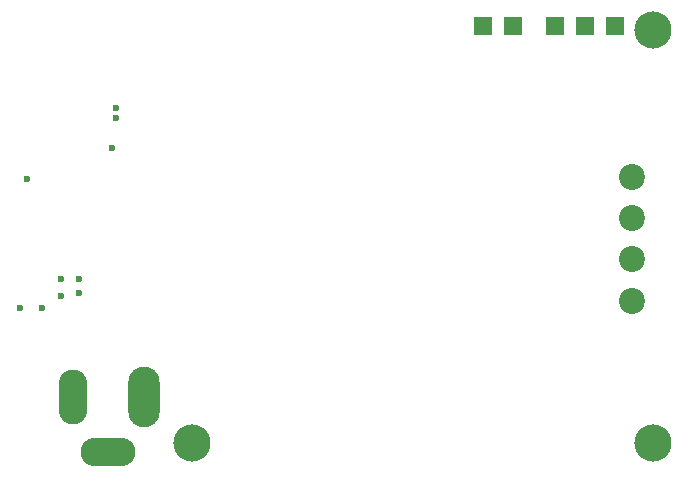
<source format=gbs>
G04*
G04 #@! TF.GenerationSoftware,Altium Limited,Altium Designer,21.2.1 (34)*
G04*
G04 Layer_Color=16711935*
%FSLAX25Y25*%
%MOIN*%
G70*
G04*
G04 #@! TF.SameCoordinates,1D3D90CA-2CC7-45D0-A42F-5F1F34DB6ECE*
G04*
G04*
G04 #@! TF.FilePolarity,Negative*
G04*
G01*
G75*
%ADD48C,0.12402*%
%ADD49O,0.18307X0.09449*%
%ADD50O,0.09449X0.18307*%
%ADD51O,0.10433X0.20276*%
%ADD52R,0.05984X0.05984*%
%ADD53C,0.08661*%
%ADD54C,0.02362*%
D48*
X226378Y148228D02*
D03*
Y10433D02*
D03*
X72756D02*
D03*
D49*
X44819Y7450D02*
D03*
D50*
X33008Y25954D02*
D03*
D51*
X56630D02*
D03*
D52*
X179646Y149606D02*
D03*
X169646D02*
D03*
X213661D02*
D03*
X203661D02*
D03*
X193661D02*
D03*
D53*
X219409Y99410D02*
D03*
Y85630D02*
D03*
Y71850D02*
D03*
Y58071D02*
D03*
D54*
X46181Y108937D02*
D03*
X47480Y122126D02*
D03*
Y119095D02*
D03*
X35079Y60472D02*
D03*
Y65197D02*
D03*
X29173D02*
D03*
Y59685D02*
D03*
X22874Y55748D02*
D03*
X15394D02*
D03*
X17913Y98622D02*
D03*
M02*

</source>
